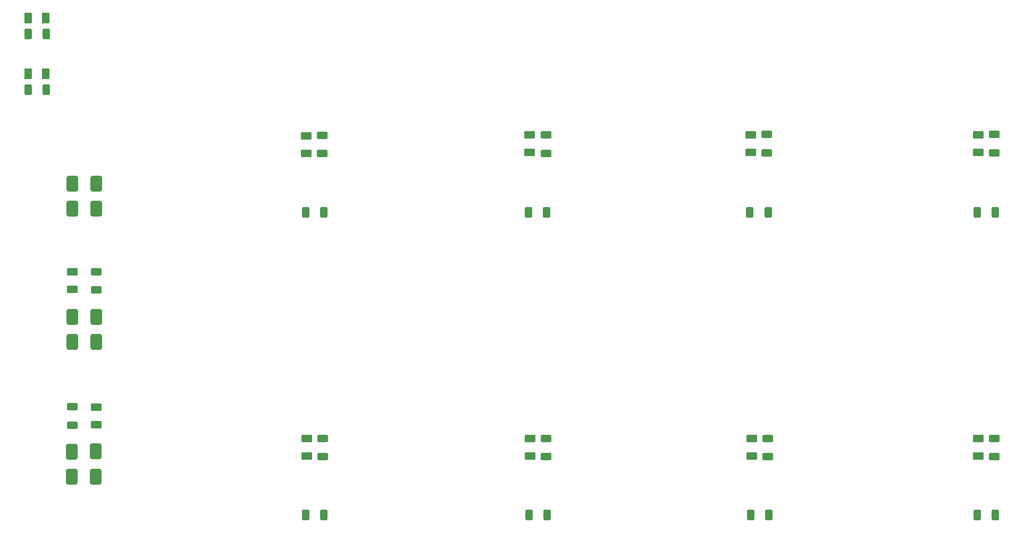
<source format=gbr>
%TF.GenerationSoftware,KiCad,Pcbnew,9.0.1*%
%TF.CreationDate,2025-06-06T18:14:51+02:00*%
%TF.ProjectId,01_Energex8PCB_v1.0,30315f45-6e65-4726-9765-78385043425f,v1.0*%
%TF.SameCoordinates,Original*%
%TF.FileFunction,Paste,Top*%
%TF.FilePolarity,Positive*%
%FSLAX46Y46*%
G04 Gerber Fmt 4.6, Leading zero omitted, Abs format (unit mm)*
G04 Created by KiCad (PCBNEW 9.0.1) date 2025-06-06 18:14:51*
%MOMM*%
%LPD*%
G01*
G04 APERTURE LIST*
G04 Aperture macros list*
%AMRoundRect*
0 Rectangle with rounded corners*
0 $1 Rounding radius*
0 $2 $3 $4 $5 $6 $7 $8 $9 X,Y pos of 4 corners*
0 Add a 4 corners polygon primitive as box body*
4,1,4,$2,$3,$4,$5,$6,$7,$8,$9,$2,$3,0*
0 Add four circle primitives for the rounded corners*
1,1,$1+$1,$2,$3*
1,1,$1+$1,$4,$5*
1,1,$1+$1,$6,$7*
1,1,$1+$1,$8,$9*
0 Add four rect primitives between the rounded corners*
20,1,$1+$1,$2,$3,$4,$5,0*
20,1,$1+$1,$4,$5,$6,$7,0*
20,1,$1+$1,$6,$7,$8,$9,0*
20,1,$1+$1,$8,$9,$2,$3,0*%
G04 Aperture macros list end*
%ADD10RoundRect,0.250000X0.625000X-0.312500X0.625000X0.312500X-0.625000X0.312500X-0.625000X-0.312500X0*%
%ADD11RoundRect,0.250000X0.312500X0.625000X-0.312500X0.625000X-0.312500X-0.625000X0.312500X-0.625000X0*%
%ADD12RoundRect,0.250000X-0.625000X0.375000X-0.625000X-0.375000X0.625000X-0.375000X0.625000X0.375000X0*%
%ADD13RoundRect,0.250000X0.375000X0.625000X-0.375000X0.625000X-0.375000X-0.625000X0.375000X-0.625000X0*%
%ADD14RoundRect,0.250000X0.650000X-1.000000X0.650000X1.000000X-0.650000X1.000000X-0.650000X-1.000000X0*%
%ADD15RoundRect,0.250000X-0.312500X-0.625000X0.312500X-0.625000X0.312500X0.625000X-0.312500X0.625000X0*%
G04 APERTURE END LIST*
D10*
%TO.C,R11*%
X185420000Y-123835000D03*
X185420000Y-120910000D03*
%TD*%
D11*
%TO.C,R19*%
X221680500Y-133102000D03*
X218755500Y-133102000D03*
%TD*%
D12*
%TO.C,D2*%
X74676000Y-94364000D03*
X74676000Y-97164000D03*
%TD*%
D13*
%TO.C,D10*%
X70488000Y-53854000D03*
X67688000Y-53854000D03*
%TD*%
D10*
%TO.C,R10*%
X150114000Y-123835000D03*
X150114000Y-120910000D03*
%TD*%
D14*
%TO.C,D5*%
X74676000Y-105555200D03*
X74676000Y-101555200D03*
%TD*%
D15*
%TO.C,R3*%
X67625500Y-65284000D03*
X70550500Y-65284000D03*
%TD*%
D11*
%TO.C,R16*%
X150306500Y-133102000D03*
X147381500Y-133102000D03*
%TD*%
%TO.C,R15*%
X185485500Y-84842000D03*
X182560500Y-84842000D03*
%TD*%
D14*
%TO.C,D6*%
X78486000Y-105555200D03*
X78486000Y-101555200D03*
%TD*%
D11*
%TO.C,R18*%
X221680500Y-84842000D03*
X218755500Y-84842000D03*
%TD*%
D15*
%TO.C,R4*%
X67625500Y-56394000D03*
X70550500Y-56394000D03*
%TD*%
D10*
%TO.C,R8*%
X221488000Y-75382500D03*
X221488000Y-72457500D03*
%TD*%
D12*
%TO.C,D18*%
X218948000Y-120910000D03*
X218948000Y-123710000D03*
%TD*%
%TO.C,D17*%
X182880000Y-120904000D03*
X182880000Y-123704000D03*
%TD*%
D10*
%TO.C,R12*%
X221488000Y-123835000D03*
X221488000Y-120910000D03*
%TD*%
D11*
%TO.C,R20*%
X185612500Y-133102000D03*
X182687500Y-133102000D03*
%TD*%
D13*
%TO.C,D9*%
X70488000Y-62744000D03*
X67688000Y-62744000D03*
%TD*%
D14*
%TO.C,D8*%
X78442000Y-127006000D03*
X78442000Y-123006000D03*
%TD*%
D10*
%TO.C,R7*%
X185293000Y-75382500D03*
X185293000Y-72457500D03*
%TD*%
D12*
%TO.C,D11*%
X111970000Y-72644000D03*
X111970000Y-75444000D03*
%TD*%
D14*
%TO.C,D4*%
X78486000Y-84270000D03*
X78486000Y-80270000D03*
%TD*%
D11*
%TO.C,R14*%
X150245000Y-84842000D03*
X147320000Y-84842000D03*
%TD*%
D12*
%TO.C,D13*%
X182753000Y-72520000D03*
X182753000Y-75320000D03*
%TD*%
D10*
%TO.C,R2*%
X78486000Y-97232500D03*
X78486000Y-94307500D03*
%TD*%
D12*
%TO.C,D15*%
X112014000Y-120910000D03*
X112014000Y-123710000D03*
%TD*%
%TO.C,D12*%
X147512500Y-72517000D03*
X147512500Y-75317000D03*
%TD*%
%TO.C,D16*%
X147574000Y-120910000D03*
X147574000Y-123710000D03*
%TD*%
%TO.C,D1*%
X78486000Y-115954000D03*
X78486000Y-118754000D03*
%TD*%
D14*
%TO.C,D3*%
X74676000Y-84302000D03*
X74676000Y-80302000D03*
%TD*%
D12*
%TO.C,D14*%
X218948000Y-72520000D03*
X218948000Y-75320000D03*
%TD*%
D10*
%TO.C,R1*%
X74676000Y-118816500D03*
X74676000Y-115891500D03*
%TD*%
D11*
%TO.C,R17*%
X114746500Y-133102000D03*
X111821500Y-133102000D03*
%TD*%
%TO.C,R13*%
X114746500Y-84826000D03*
X111821500Y-84826000D03*
%TD*%
D10*
%TO.C,R5*%
X114510000Y-75506500D03*
X114510000Y-72581500D03*
%TD*%
%TO.C,R9*%
X114554000Y-123835000D03*
X114554000Y-120910000D03*
%TD*%
%TO.C,R6*%
X150114000Y-75444000D03*
X150114000Y-72519000D03*
%TD*%
D14*
%TO.C,D7*%
X74632000Y-127018200D03*
X74632000Y-123018200D03*
%TD*%
M02*

</source>
